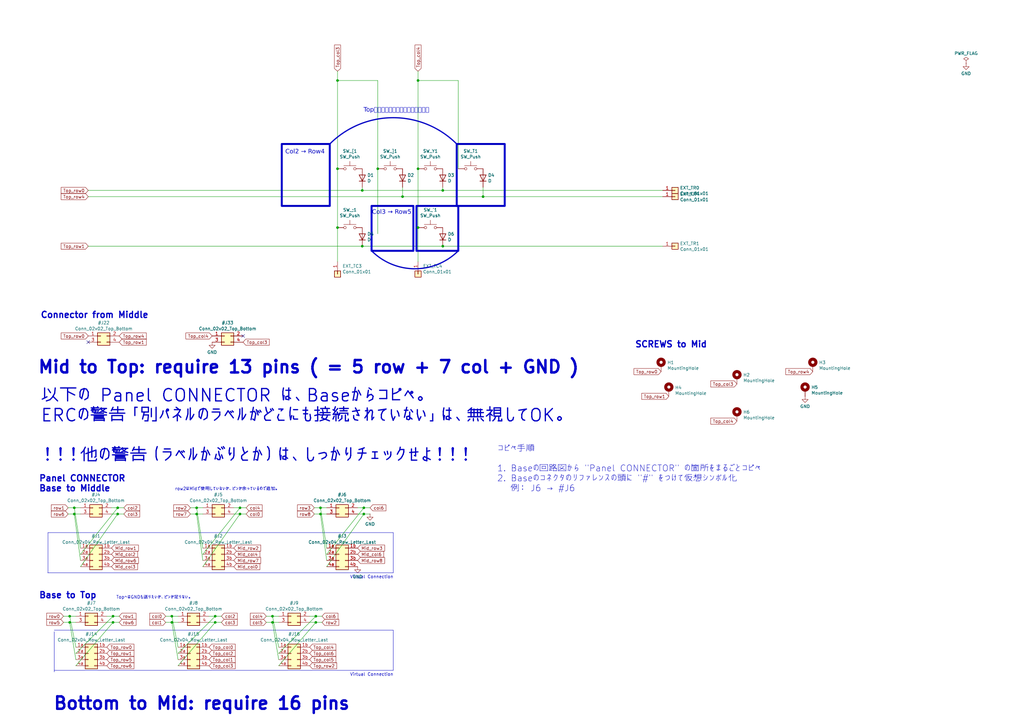
<source format=kicad_sch>
(kicad_sch (version 20231120) (generator "eeschema") (generator_version "8.0")
  (paper "A3")
  (title_block (title "Sandy") (date "2023-01-04") (rev "v.0") (company "@jpskenn"))
  (lib_symbols
    (symbol "Connector_Generic:Conn_01x01" (pin_names (offset 1.016) hide)
      (property "Reference" "J" (at 0 2.54 0))
      (property "Value" "Conn_01x01" (at 0 -2.54 0))
      (symbol "Conn_01x01_1_1"
        (rectangle (start -1.27 0.127) (end 0 -0.127) (stroke (width 0.1524)))
        (rectangle (start -1.27 1.27) (end 1.27 -1.27) (stroke (width 0.254)) (fill (type background)))
        (pin passive line (at -5.08 0 0) (length 3.81) (name "Pin_1") (number "1"))
      )
    )
    (symbol "Connector_Generic:Conn_02x02_Odd_Even" (pin_names (offset 1.016) hide)
      (property "Reference" "J" (at 1.27 2.54 0))
      (property "Value" "Conn_02x02_Odd_Even" (at 1.27 -5.08 0))
      (symbol "Conn_02x02_Odd_Even_1_1"
        (rectangle (start -1.27 -2.413) (end 0 -2.667) (stroke (width 0.1524)))
        (rectangle (start -1.27 0.127) (end 0 -0.127) (stroke (width 0.1524)))
        (rectangle (start -1.27 1.27) (end 3.81 -3.81) (stroke (width 0.254)) (fill (type background)))
        (rectangle (start 3.81 -2.413) (end 2.54 -2.667) (stroke (width 0.1524)))
        (rectangle (start 3.81 0.127) (end 2.54 -0.127) (stroke (width 0.1524)))
        (pin passive line (at -5.08 0 0) (length 3.81) (name "Pin_1") (number "1"))
        (pin passive line (at 7.62 0 180) (length 3.81) (name "Pin_2") (number "2"))
        (pin passive line (at -5.08 -2.54 0) (length 3.81) (name "Pin_3") (number "3"))
        (pin passive line (at 7.62 -2.54 180) (length 3.81) (name "Pin_4") (number "4"))
      )
    )
    (symbol "Connector_Generic:Conn_02x04_Row_Letter_Last" (pin_names (offset 1.016) hide)
      (property "Reference" "J" (at 1.27 5.08 0))
      (property "Value" "Conn_02x04_Row_Letter_Last" (at 1.27 -7.62 0))
      (symbol "Conn_02x04_Row_Letter_Last_1_1"
        (rectangle (start -1.27 -4.953) (end 0 -5.207) (stroke (width 0.1524)))
        (rectangle (start -1.27 -2.413) (end 0 -2.667) (stroke (width 0.1524)))
        (rectangle (start -1.27 0.127) (end 0 -0.127) (stroke (width 0.1524)))
        (rectangle (start -1.27 2.667) (end 0 2.413) (stroke (width 0.1524)))
        (rectangle (start -1.27 3.81) (end 3.81 -6.35) (stroke (width 0.254)) (fill (type background)))
        (rectangle (start 3.81 -4.953) (end 2.54 -5.207) (stroke (width 0.1524)))
        (rectangle (start 3.81 -2.413) (end 2.54 -2.667) (stroke (width 0.1524)))
        (rectangle (start 3.81 0.127) (end 2.54 -0.127) (stroke (width 0.1524)))
        (rectangle (start 3.81 2.667) (end 2.54 2.413) (stroke (width 0.1524)))
        (pin passive line (at -5.08 2.54 0) (length 3.81) (name "Pin_1a") (number "1a"))
        (pin passive line (at 7.62 2.54 180) (length 3.81) (name "Pin_1b") (number "1b"))
        (pin passive line (at -5.08 0 0) (length 3.81) (name "Pin_2a") (number "2a"))
        (pin passive line (at 7.62 0 180) (length 3.81) (name "Pin_2b") (number "2b"))
        (pin passive line (at -5.08 -2.54 0) (length 3.81) (name "Pin_3a") (number "3a"))
        (pin passive line (at 7.62 -2.54 180) (length 3.81) (name "Pin_3b") (number "3b"))
        (pin passive line (at -5.08 -5.08 0) (length 3.81) (name "Pin_4a") (number "4a"))
        (pin passive line (at 7.62 -5.08 180) (length 3.81) (name "Pin_4b") (number "4b"))
      )
    )
    (symbol "Device:D" (pin_numbers hide) (pin_names (offset 1.016) hide)
      (property "Reference" "D" (at 0 2.54 0))
      (property "Value" "D" (at 0 -2.54 0))
      (symbol "D_0_1"
        (polyline (pts (xy -1.27 1.27) (xy -1.27 -1.27)) (stroke (width 0.254)))
        (polyline (pts (xy 1.27 0) (xy -1.27 0)))
        (polyline (pts (xy 1.27 1.27) (xy 1.27 -1.27) (xy -1.27 0) (xy 1.27 1.27)) (stroke (width 0.254)))
      )
      (symbol "D_1_1"
        (pin passive line (at -3.81 0 0) (length 2.54) (name "K") (number "1"))
        (pin passive line (at 3.81 0 180) (length 2.54) (name "A") (number "2"))
      )
    )
    (symbol "GND_1" (power) (pin_numbers hide) (pin_names (offset 0) hide)
      (property "Value" "GND" (at 0 -3.81 0))
      (symbol "GND_1_0_1"
        (polyline (pts (xy 0 0) (xy 0 -1.27) (xy 1.27 -1.27) (xy 0 -2.54) (xy -1.27 -1.27) (xy 0 -1.27)))
      )
      (symbol "GND_1_1_1"
        (pin power_in line (at 0 0 270) (length 0) (name "~") (number "1"))
      )
    )
    (symbol "Mechanical:MountingHole_Pad" (pin_numbers hide) (pin_names (offset 1.016) hide)
      (property "Reference" "H" (at 0 6.35 0))
      (property "Value" "MountingHole_Pad" (at 0 4.445 0))
      (symbol "MountingHole_Pad_0_1"
        (circle (center 0 1.27) (radius 1.27) (stroke (width 1.27)))
      )
      (symbol "MountingHole_Pad_1_1"
        (pin input line (at 0 -2.54 90) (length 2.54) (name "1") (number "1"))
      )
    )
    (symbol "Switch:SW_Push" (pin_numbers hide) (pin_names (offset 1.016) hide)
      (property "Reference" "SW" (at 1.27 2.54 0))
      (property "Value" "SW_Push" (at 0 -1.524 0))
      (symbol "SW_Push_0_1"
        (circle (center -2.032 0) (radius 0.508))
        (polyline (pts (xy 0 1.27) (xy 0 3.048)))
        (polyline (pts (xy 2.54 1.27) (xy -2.54 1.27)))
        (circle (center 2.032 0) (radius 0.508))
        (pin passive line (at -5.08 0 0) (length 2.54) (name "1") (number "1"))
        (pin passive line (at 5.08 0 180) (length 2.54) (name "2") (number "2"))
      )
    )
    (symbol "power:GND" (power) (pin_numbers hide) (pin_names (offset 0) hide)
      (property "Value" "GND" (at 0 -3.81 0))
      (symbol "GND_0_1"
        (polyline (pts (xy 0 0) (xy 0 -1.27) (xy 1.27 -1.27) (xy 0 -2.54) (xy -1.27 -1.27) (xy 0 -1.27)))
      )
      (symbol "GND_1_1"
        (pin power_in line (at 0 0 270) (length 0) (name "~") (number "1"))
      )
    )
    (symbol "power:PWR_FLAG" (power) (pin_numbers hide) (pin_names (offset 0) hide)
      (property "Value" "PWR_FLAG" (at 0 3.81 0))
      (symbol "PWR_FLAG_0_0"
        (pin power_out line (at 0 0 90) (length 0) (name "~") (number "1"))
      )
      (symbol "PWR_FLAG_0_1"
        (polyline (pts (xy 0 0) (xy 0 1.27) (xy -1.016 1.905) (xy 0 2.54) (xy 1.016 1.905) (xy 0 1.27)))
      )
    )
  )
  (bus_alias "def-a" (members "row0" "row5" "col0" "col1"))
  (junction (at 148.59 78.105))
  (junction (at 80.645 210.82))
  (junction (at 165.1 80.645))
  (junction (at 129.54 252.73))
  (junction (at 88.265 255.27))
  (junction (at 46.355 255.27))
  (junction (at 70.485 255.27))
  (junction (at 98.425 208.28))
  (junction (at 46.355 252.73))
  (junction (at 181.61 100.965))
  (junction (at 154.94 69.215))
  (junction (at 28.575 252.73))
  (junction (at 131.445 208.28))
  (junction (at 171.45 69.215))
  (junction (at 138.43 33.02))
  (junction (at 111.76 255.27))
  (junction (at 149.225 210.82))
  (junction (at 28.575 255.27))
  (junction (at 181.61 78.105))
  (junction (at 148.59 100.965))
  (junction (at 88.265 252.73))
  (junction (at 138.43 93.345))
  (junction (at 129.54 255.27))
  (junction (at 30.48 210.82))
  (junction (at 48.26 210.82))
  (junction (at 80.645 208.28))
  (junction (at 171.45 93.345))
  (junction (at 149.225 208.28))
  (junction (at 98.425 210.82))
  (junction (at 70.485 252.73))
  (junction (at 198.12 80.645))
  (junction (at 111.76 252.73))
  (junction (at 131.445 210.82))
  (junction (at 171.45 33.02))
  (junction (at 30.48 208.28))
  (junction (at 48.26 208.28))
  (junction (at 138.43 69.215))
  (no_connect (at 36.195 140.335))
  (no_connect (at 99.695 137.795))
  (wire (pts (xy 36.195 80.645) (xy 165.1 80.645)))
  (wire (pts (xy 28.575 252.73) (xy 31.115 252.73)))
  (wire (pts (xy 26.035 255.27) (xy 28.575 255.27)))
  (wire (pts (xy 109.22 252.73) (xy 111.76 252.73)))
  (polyline (pts (xy 161.29 258.445) (xy 161.29 274.955)))
  (wire (pts (xy 181.61 100.965) (xy 271.78 100.965)))
  (wire (pts (xy 146.685 208.28) (xy 149.225 208.28)))
  (wire (pts (xy 114.3 265.43) (xy 111.76 252.73)))
  (wire (pts (xy 133.985 224.79) (xy 131.445 208.28)))
  (wire (pts (xy 83.185 232.41) (xy 98.425 210.82)))
  (polyline (pts (xy 19.685 218.44) (xy 161.29 218.44)))
  (wire (pts (xy 30.48 208.28) (xy 33.02 208.28)))
  (wire (pts (xy 148.59 78.105) (xy 181.61 78.105)))
  (wire (pts (xy 114.3 273.05) (xy 129.54 255.27)))
  (wire (pts (xy 46.355 252.73) (xy 48.895 252.73)))
  (wire (pts (xy 133.985 227.33) (xy 149.225 208.28)))
  (wire (pts (xy 171.45 29.21) (xy 171.45 33.02)))
  (wire (pts (xy 148.59 76.835) (xy 148.59 78.105)))
  (wire (pts (xy 127 252.73) (xy 129.54 252.73)))
  (wire (pts (xy 48.895 255.27) (xy 46.355 255.27)))
  (wire (pts (xy 95.885 208.28) (xy 98.425 208.28)))
  (wire (pts (xy 36.195 78.105) (xy 148.59 78.105)))
  (wire (pts (xy 138.43 33.02) (xy 138.43 69.215)))
  (wire (pts (xy 31.115 270.51) (xy 28.575 255.27)))
  (wire (pts (xy 154.94 69.215) (xy 154.94 95.885)))
  (wire (pts (xy 154.94 33.02) (xy 154.94 69.215)))
  (wire (pts (xy 73.025 273.05) (xy 88.265 255.27)))
  (wire (pts (xy 133.985 232.41) (xy 149.225 210.82)))
  (wire (pts (xy 181.61 76.835) (xy 181.61 78.105)))
  (wire (pts (xy 90.805 255.27) (xy 88.265 255.27)))
  (wire (pts (xy 165.1 80.645) (xy 198.12 80.645)))
  (wire (pts (xy 78.105 208.28) (xy 80.645 208.28)))
  (wire (pts (xy 27.94 208.28) (xy 30.48 208.28)))
  (wire (pts (xy 30.48 210.82) (xy 33.02 210.82)))
  (wire (pts (xy 138.43 29.21) (xy 138.43 33.02)))
  (wire (pts (xy 78.105 210.82) (xy 80.645 210.82)))
  (wire (pts (xy 73.025 270.51) (xy 70.485 255.27)))
  (wire (pts (xy 181.61 78.105) (xy 271.78 78.105)))
  (wire (pts (xy 33.02 224.79) (xy 30.48 208.28)))
  (wire (pts (xy 149.225 208.28) (xy 151.765 208.28)))
  (wire (pts (xy 114.3 267.97) (xy 129.54 252.73)))
  (polyline (pts (xy 22.225 274.955) (xy 161.29 274.955)))
  (wire (pts (xy 88.265 255.27) (xy 85.725 255.27)))
  (wire (pts (xy 131.445 210.82) (xy 133.985 210.82)))
  (wire (pts (xy 187.96 33.02) (xy 171.45 33.02)))
  (wire (pts (xy 80.645 210.82) (xy 83.185 210.82)))
  (wire (pts (xy 198.12 76.835) (xy 198.12 80.645)))
  (wire (pts (xy 129.54 255.27) (xy 127 255.27)))
  (wire (pts (xy 98.425 210.82) (xy 100.965 210.82)))
  (polyline (pts (xy 161.29 218.44) (xy 161.29 234.95)))
  (wire (pts (xy 129.54 252.73) (xy 132.08 252.73)))
  (wire (pts (xy 70.485 252.73) (xy 73.025 252.73)))
  (polyline (pts (xy 22.225 259.08) (xy 22.225 275.59)))
  (wire (pts (xy 83.185 227.33) (xy 98.425 208.28)))
  (wire (pts (xy 67.945 252.73) (xy 70.485 252.73)))
  (wire (pts (xy 165.1 76.835) (xy 165.1 80.645)))
  (wire (pts (xy 83.185 224.79) (xy 80.645 208.28)))
  (polyline (pts (xy 19.5757 234.95) (xy 161.29 234.95)))
  (wire (pts (xy 128.905 208.28) (xy 131.445 208.28)))
  (wire (pts (xy 138.43 93.345) (xy 138.43 107.315)))
  (wire (pts (xy 70.485 255.27) (xy 73.025 255.27)))
  (wire (pts (xy 67.945 255.27) (xy 70.485 255.27)))
  (wire (pts (xy 48.26 210.82) (xy 50.8 210.82)))
  (wire (pts (xy 45.72 210.82) (xy 48.26 210.82)))
  (wire (pts (xy 171.45 33.02) (xy 171.45 69.215)))
  (wire (pts (xy 154.94 33.02) (xy 138.43 33.02)))
  (wire (pts (xy 138.43 69.215) (xy 138.43 93.345)))
  (wire (pts (xy 31.115 273.05) (xy 46.355 255.27)))
  (wire (pts (xy 149.225 210.82) (xy 151.765 210.82)))
  (wire (pts (xy 33.02 232.41) (xy 48.26 210.82)))
  (wire (pts (xy 187.96 33.02) (xy 187.96 69.215)))
  (wire (pts (xy 73.025 265.43) (xy 70.485 252.73)))
  (wire (pts (xy 26.035 252.73) (xy 28.575 252.73)))
  (wire (pts (xy 31.115 267.97) (xy 46.355 252.73)))
  (wire (pts (xy 128.905 210.82) (xy 131.445 210.82)))
  (wire (pts (xy 114.3 270.51) (xy 111.76 255.27)))
  (wire (pts (xy 146.685 210.82) (xy 149.225 210.82)))
  (wire (pts (xy 33.02 227.33) (xy 48.26 208.28)))
  (wire (pts (xy 43.815 252.73) (xy 46.355 252.73)))
  (wire (pts (xy 131.445 208.28) (xy 133.985 208.28)))
  (wire (pts (xy 198.12 80.645) (xy 271.78 80.645)))
  (polyline (pts (xy 22.225 258.445) (xy 161.29 258.445)))
  (wire (pts (xy 83.185 229.87) (xy 80.645 210.82)))
  (wire (pts (xy 95.885 210.82) (xy 98.425 210.82)))
  (wire (pts (xy 45.72 208.28) (xy 48.26 208.28)))
  (wire (pts (xy 48.26 208.28) (xy 50.8 208.28)))
  (wire (pts (xy 36.195 100.965) (xy 148.59 100.965)))
  (wire (pts (xy 133.985 229.87) (xy 131.445 210.82)))
  (wire (pts (xy 148.59 100.965) (xy 181.61 100.965)))
  (wire (pts (xy 73.025 267.97) (xy 88.265 252.73)))
  (wire (pts (xy 129.54 255.27) (xy 132.08 255.27)))
  (wire (pts (xy 111.76 255.27) (xy 114.3 255.27)))
  (polyline (pts (xy 19.685 218.44) (xy 19.685 234.95)))
  (wire (pts (xy 171.45 93.345) (xy 171.45 107.315)))
  (wire (pts (xy 27.94 210.82) (xy 30.48 210.82)))
  (wire (pts (xy 171.45 69.215) (xy 171.45 93.345)))
  (wire (pts (xy 98.425 208.28) (xy 100.965 208.28)))
  (wire (pts (xy 33.02 229.87) (xy 30.48 210.82)))
  (wire (pts (xy 88.265 252.73) (xy 90.805 252.73)))
  (wire (pts (xy 111.76 252.73) (xy 114.3 252.73)))
  (wire (pts (xy 80.645 208.28) (xy 83.185 208.28)))
  (wire (pts (xy 28.575 255.27) (xy 31.115 255.27)))
  (wire (pts (xy 31.115 265.43) (xy 28.575 252.73)))
  (wire (pts (xy 109.22 255.27) (xy 111.76 255.27)))
  (wire (pts (xy 85.725 252.73) (xy 88.265 252.73)))
  (wire (pts (xy 46.355 255.27) (xy 43.815 255.27)))
  (arc (start 135.255 59.055) (mid 161.29 48.2709) (end 187.325 59.055) (stroke (width 0.5)))
  (rectangle (start 187.325 59.055) (end 207.01 84.455) (stroke (width 0.8)))
  (rectangle (start 170.815 84.455) (end 187.96 102.87) (stroke (width 0.8)))
  (rectangle (start 152.4 84.455) (end 169.545 102.87) (stroke (width 0.8)))
  (rectangle (start 115.57 59.055) (end 135.255 84.455) (stroke (width 0.8)))
  (arc (start 187.96 102.87) (mid 170.18 110.2347) (end 152.4 102.87) (stroke (width 0.5)))
  (text "Col2 → Row4\n" (at 125.095 62.865 0) (effects (font (size 1.8 1.8))))
  (text "Connector from Middle" (at 16.51 130.81 0) (effects (font (size 2.54 2.54) (thickness 0.508) (bold yes)) (justify left bottom)))
  (text "Col3 → Row5" (at 160.655 87.63 0) (effects (font (size 1.8 1.8))))
  (text "SCREWS to Mid" (at 260.35 142.875 0) (effects (font (size 2.54 2.54) (thickness 0.508) (bold yes)) (justify left bottom)))
  (text "Bottom to Mid: require 16 pins\n\nMid to Top: require 13 pins" (at 21.59 307.975 0) (effects (font (size 5.08 5.08) (thickness 1.016) (bold yes)) (justify left bottom)))
  (text "以下の Panel CONNECTOR は、Baseからコピペ。\nERCの警告「別パネルのラベルがどこにも接続されていない」は、無視してOK。\n\n！！！他の警告（ラベルかぶりとか）は、しっかりチェックせよ！！！" (at 16.51 189.865 0) (effects (font (size 5.08 5.08) (thickness 0.508) (bold yes)) (justify left bottom)))
  (text "Panel CONNECTOR\nBase to Middle" (at 15.875 201.93 0) (effects (font (size 2.54 2.54) (thickness 0.508) (bold yes)) (justify left bottom)))
  (text "TopへはGNDも送りたいが、ピンが足りない。" (at 47.625 245.11 0) (effects (font (size 1.27 1.27)) (justify left)))
  (text "row2はMidで使用していないが、ピンが余っているので追加。" (at 71.755 200.66 0) (effects (font (size 1.27 1.27)) (justify left)))
  (text "Topのピン数を減らすため場所を移動" (at 162.56 45.72 0) (effects (font (size 1.8 1.8))))
  (text "Virtual Connection" (at 143.51 277.495 0) (effects (font (size 1.27 1.27)) (justify left bottom)))
  (text "コピペ手順\n\n1. Baseの回路図から \"Panel CONNECTOR\" の箇所をまるごとコピペ\n2. Baseのコネクタのリファレンスの頭に \"#\" をつけて仮想シンボル化\n　　例： J6 → #J6" (at 203.835 201.93 0) (effects (font (size 2.54 2.54)) (justify left bottom)))
  (text "Mid to Top: require 13 pins ( = 5 row + 7 col + GND )" (at 15.24 153.67 0) (effects (font (size 5.08 5.08) (thickness 1.016) (bold yes)) (justify left bottom)))
  (text "Virtual Connection" (at 143.51 237.49 0) (effects (font (size 1.27 1.27)) (justify left bottom)))
  (text "Base to Top" (at 15.875 245.745 0) (effects (font (size 2.54 2.54) (thickness 0.508) (bold yes)) (justify left bottom)))
  (global_label "Top_col3" (shape input) (at 99.695 140.335 0) (property "Intersheetrefs" "${INTERSHEET_REFS}" (effects (hide yes))) (property "シート間のリファレンス" "${INTERSHEET_REFS}" (effects (hide yes))))
  (global_label "col4" (shape input) (at 100.965 208.28 0) (property "Intersheetrefs" "${INTERSHEET_REFS}" (effects (hide yes))) (property "シート間のリファレンス" "${INTERSHEET_REFS}" (effects (hide yes))))
  (global_label "Mid_row8" (shape input) (at 146.685 229.87 0) (property "Intersheetrefs" "${INTERSHEET_REFS}" (effects (hide yes))) (property "シート間のリファレンス" "${INTERSHEET_REFS}" (effects (hide yes))))
  (global_label "col4" (shape input) (at 109.22 252.73 180) (property "Intersheetrefs" "${INTERSHEET_REFS}" (effects (hide yes))) (property "シート間のリファレンス" "${INTERSHEET_REFS}" (effects (hide yes))))
  (global_label "Top_row5" (shape input) (at 43.815 270.51 0) (property "Intersheetrefs" "${INTERSHEET_REFS}" (effects (hide yes))) (property "シート間のリファレンス" "${INTERSHEET_REFS}" (effects (hide yes))))
  (global_label "row0" (shape input) (at 26.035 252.73 180) (property "Intersheetrefs" "${INTERSHEET_REFS}" (effects (hide yes))) (property "シート間のリファレンス" "${INTERSHEET_REFS}" (effects (hide yes))))
  (global_label "Top_col3" (shape input) (at 302.26 157.48 180) (property "Intersheetrefs" "${INTERSHEET_REFS}" (effects (hide yes))) (property "シート間のリファレンス" "${INTERSHEET_REFS}" (effects (hide yes))))
  (global_label "col1" (shape input) (at 67.945 255.27 180) (property "Intersheetrefs" "${INTERSHEET_REFS}" (effects (hide yes))) (property "シート間のリファレンス" "${INTERSHEET_REFS}" (effects (hide yes))))
  (global_label "col6" (shape input) (at 132.08 252.73 0) (property "Intersheetrefs" "${INTERSHEET_REFS}" (effects (hide yes))) (property "シート間のリファレンス" "${INTERSHEET_REFS}" (effects (hide yes))))
  (global_label "row6" (shape input) (at 27.94 210.82 180) (property "Intersheetrefs" "${INTERSHEET_REFS}" (effects (hide yes))) (property "シート間のリファレンス" "${INTERSHEET_REFS}" (effects (hide yes))))
  (global_label "col0" (shape input) (at 67.945 252.73 180) (property "Intersheetrefs" "${INTERSHEET_REFS}" (effects (hide yes))) (property "シート間のリファレンス" "${INTERSHEET_REFS}" (effects (hide yes))))
  (global_label "Top_col0" (shape input) (at 85.725 265.43 0) (property "Intersheetrefs" "${INTERSHEET_REFS}" (effects (hide yes))) (property "シート間のリファレンス" "${INTERSHEET_REFS}" (effects (hide yes))))
  (global_label "col0" (shape input) (at 100.965 210.82 0) (property "Intersheetrefs" "${INTERSHEET_REFS}" (effects (hide yes))) (property "シート間のリファレンス" "${INTERSHEET_REFS}" (effects (hide yes))))
  (global_label "Top_col2" (shape input) (at 85.725 267.97 0) (property "Intersheetrefs" "${INTERSHEET_REFS}" (effects (hide yes))) (property "シート間のリファレンス" "${INTERSHEET_REFS}" (effects (hide yes))))
  (global_label "Top_col4" (shape input) (at 171.45 29.21 90) (property "Intersheetrefs" "${INTERSHEET_REFS}" (effects (hide yes))) (property "シート間のリファレンス" "${INTERSHEET_REFS}" (effects (hide yes))))
  (global_label "Top_row4" (shape input) (at 48.895 137.795 0) (property "Intersheetrefs" "${INTERSHEET_REFS}" (effects (hide yes))) (property "シート間のリファレンス" "${INTERSHEET_REFS}" (effects (hide yes))))
  (global_label "col3" (shape input) (at 90.805 255.27 0) (property "Intersheetrefs" "${INTERSHEET_REFS}" (effects (hide yes))) (property "シート間のリファレンス" "${INTERSHEET_REFS}" (effects (hide yes))))
  (global_label "Mid_row3" (shape input) (at 146.685 224.79 0) (property "Intersheetrefs" "${INTERSHEET_REFS}" (effects (hide yes))) (property "シート間のリファレンス" "${INTERSHEET_REFS}" (effects (hide yes))))
  (global_label "row6" (shape input) (at 48.895 255.27 0) (property "Intersheetrefs" "${INTERSHEET_REFS}" (effects (hide yes))) (property "シート間のリファレンス" "${INTERSHEET_REFS}" (effects (hide yes))))
  (global_label "Top_row2" (shape input) (at 127 273.05 0) (property "Intersheetrefs" "${INTERSHEET_REFS}" (effects (hide yes))) (property "シート間のリファレンス" "${INTERSHEET_REFS}" (effects (hide yes))))
  (global_label "col2" (shape input) (at 50.8 208.28 0) (property "Intersheetrefs" "${INTERSHEET_REFS}" (effects (hide yes))) (property "シート間のリファレンス" "${INTERSHEET_REFS}" (effects (hide yes))))
  (global_label "Top_row0" (shape input) (at 271.145 152.4 180) (property "Intersheetrefs" "${INTERSHEET_REFS}" (effects (hide yes))) (property "シート間のリファレンス" "${INTERSHEET_REFS}" (effects (hide yes))))
  (global_label "Top_col5" (shape input) (at 127 270.51 0) (property "Intersheetrefs" "${INTERSHEET_REFS}" (effects (hide yes))) (property "シート間のリファレンス" "${INTERSHEET_REFS}" (effects (hide yes))))
  (global_label "Mid_row2" (shape input) (at 95.885 224.79 0) (property "Intersheetrefs" "${INTERSHEET_REFS}" (effects (hide yes))) (property "シート間のリファレンス" "${INTERSHEET_REFS}" (effects (hide yes))))
  (global_label "Mid_row7" (shape input) (at 95.885 229.87 0) (property "Intersheetrefs" "${INTERSHEET_REFS}" (effects (hide yes))) (property "シート間のリファレンス" "${INTERSHEET_REFS}" (effects (hide yes))))
  (global_label "Top_row0" (shape input) (at 36.195 78.105 180) (property "Intersheetrefs" "${INTERSHEET_REFS}" (effects (hide yes))) (property "シート間のリファレンス" "${INTERSHEET_REFS}" (effects (hide yes))))
  (global_label "Top_row4" (shape input) (at 333.375 152.4 180) (property "Intersheetrefs" "${INTERSHEET_REFS}" (effects (hide yes))) (property "シート間のリファレンス" "${INTERSHEET_REFS}" (effects (hide yes))))
  (global_label "Top_col4" (shape input) (at 127 265.43 0) (property "Intersheetrefs" "${INTERSHEET_REFS}" (effects (hide yes))) (property "シート間のリファレンス" "${INTERSHEET_REFS}" (effects (hide yes))))
  (global_label "Mid_col2" (shape input) (at 45.72 227.33 0) (property "Intersheetrefs" "${INTERSHEET_REFS}" (effects (hide yes))) (property "シート間のリファレンス" "${INTERSHEET_REFS}" (effects (hide yes))))
  (global_label "row7" (shape input) (at 78.105 210.82 180) (property "Intersheetrefs" "${INTERSHEET_REFS}" (effects (hide yes))) (property "シート間のリファレンス" "${INTERSHEET_REFS}" (effects (hide yes))))
  (global_label "col5" (shape input) (at 109.22 255.27 180) (property "Intersheetrefs" "${INTERSHEET_REFS}" (effects (hide yes))) (property "シート間のリファレンス" "${INTERSHEET_REFS}" (effects (hide yes))))
  (global_label "Mid_row6" (shape input) (at 45.72 229.87 0) (property "Intersheetrefs" "${INTERSHEET_REFS}" (effects (hide yes))) (property "シート間のリファレンス" "${INTERSHEET_REFS}" (effects (hide yes))))
  (global_label "row2" (shape input) (at 132.08 255.27 0) (property "Intersheetrefs" "${INTERSHEET_REFS}" (effects (hide yes))) (property "シート間のリファレンス" "${INTERSHEET_REFS}" (effects (hide yes))))
  (global_label "Top_row6" (shape input) (at 43.815 273.05 0) (property "Intersheetrefs" "${INTERSHEET_REFS}" (effects (hide yes))) (property "シート間のリファレンス" "${INTERSHEET_REFS}" (effects (hide yes))))
  (global_label "Mid_row1" (shape input) (at 45.72 224.79 0) (property "Intersheetrefs" "${INTERSHEET_REFS}" (effects (hide yes))) (property "シート間のリファレンス" "${INTERSHEET_REFS}" (effects (hide yes))))
  (global_label "Mid_col0" (shape input) (at 95.885 232.41 0) (property "Intersheetrefs" "${INTERSHEET_REFS}" (effects (hide yes))) (property "シート間のリファレンス" "${INTERSHEET_REFS}" (effects (hide yes))))
  (global_label "Top_col4" (shape input) (at 302.26 172.72 180) (property "Intersheetrefs" "${INTERSHEET_REFS}" (effects (hide yes))) (property "シート間のリファレンス" "${INTERSHEET_REFS}" (effects (hide yes))))
  (global_label "Top_row0" (shape input) (at 36.195 137.795 180) (property "Intersheetrefs" "${INTERSHEET_REFS}" (effects (hide yes))) (property "シート間のリファレンス" "${INTERSHEET_REFS}" (effects (hide yes))))
  (global_label "Top_col3" (shape input) (at 85.725 273.05 0) (property "Intersheetrefs" "${INTERSHEET_REFS}" (effects (hide yes))) (property "シート間のリファレンス" "${INTERSHEET_REFS}" (effects (hide yes))))
  (global_label "Top_row4" (shape input) (at 36.195 80.645 180) (property "Intersheetrefs" "${INTERSHEET_REFS}" (effects (hide yes))) (property "シート間のリファレンス" "${INTERSHEET_REFS}" (effects (hide yes))))
  (global_label "Top_row1" (shape input) (at 43.815 267.97 0) (property "Intersheetrefs" "${INTERSHEET_REFS}" (effects (hide yes))) (property "シート間のリファレンス" "${INTERSHEET_REFS}" (effects (hide yes))))
  (global_label "col6" (shape input) (at 151.765 208.28 0) (property "Intersheetrefs" "${INTERSHEET_REFS}" (effects (hide yes))) (property "シート間のリファレンス" "${INTERSHEET_REFS}" (effects (hide yes))))
  (global_label "Top_col6" (shape input) (at 127 267.97 0) (property "Intersheetrefs" "${INTERSHEET_REFS}" (effects (hide yes))) (property "シート間のリファレンス" "${INTERSHEET_REFS}" (effects (hide yes))))
  (global_label "row5" (shape input) (at 26.035 255.27 180) (property "Intersheetrefs" "${INTERSHEET_REFS}" (effects (hide yes))) (property "シート間のリファレンス" "${INTERSHEET_REFS}" (effects (hide yes))))
  (global_label "Top_row1" (shape input) (at 48.895 140.335 0) (property "Intersheetrefs" "${INTERSHEET_REFS}" (effects (hide yes))) (property "シート間のリファレンス" "${INTERSHEET_REFS}" (effects (hide yes))))
  (global_label "row8" (shape input) (at 128.905 210.82 180) (property "Intersheetrefs" "${INTERSHEET_REFS}" (effects (hide yes))) (property "シート間のリファレンス" "${INTERSHEET_REFS}" (effects (hide yes))))
  (global_label "row1" (shape input) (at 48.895 252.73 0) (property "Intersheetrefs" "${INTERSHEET_REFS}" (effects (hide yes))) (property "シート間のリファレンス" "${INTERSHEET_REFS}" (effects (hide yes))))
  (global_label "col3" (shape input) (at 50.8 210.82 0) (property "Intersheetrefs" "${INTERSHEET_REFS}" (effects (hide yes))) (property "シート間のリファレンス" "${INTERSHEET_REFS}" (effects (hide yes))))
  (global_label "Top_row1" (shape input) (at 36.195 100.965 180) (property "Intersheetrefs" "${INTERSHEET_REFS}" (effects (hide yes))) (property "シート間のリファレンス" "${INTERSHEET_REFS}" (effects (hide yes))))
  (global_label "Top_row0" (shape input) (at 43.815 265.43 0) (property "Intersheetrefs" "${INTERSHEET_REFS}" (effects (hide yes))) (property "シート間のリファレンス" "${INTERSHEET_REFS}" (effects (hide yes))))
  (global_label "Mid_col6" (shape input) (at 146.685 227.33 0) (property "Intersheetrefs" "${INTERSHEET_REFS}" (effects (hide yes))) (property "シート間のリファレンス" "${INTERSHEET_REFS}" (effects (hide yes))))
  (global_label "Top_col4" (shape input) (at 86.995 137.795 180) (property "Intersheetrefs" "${INTERSHEET_REFS}" (effects (hide yes))) (property "シート間のリファレンス" "${INTERSHEET_REFS}" (effects (hide yes))))
  (global_label "Top_col1" (shape input) (at 85.725 270.51 0) (property "Intersheetrefs" "${INTERSHEET_REFS}" (effects (hide yes))) (property "シート間のリファレンス" "${INTERSHEET_REFS}" (effects (hide yes))))
  (global_label "Mid_col3" (shape input) (at 45.72 232.41 0) (property "Intersheetrefs" "${INTERSHEET_REFS}" (effects (hide yes))) (property "シート間のリファレンス" "${INTERSHEET_REFS}" (effects (hide yes))))
  (global_label "col2" (shape input) (at 90.805 252.73 0) (property "Intersheetrefs" "${INTERSHEET_REFS}" (effects (hide yes))) (property "シート間のリファレンス" "${INTERSHEET_REFS}" (effects (hide yes))))
  (global_label "row3" (shape input) (at 128.905 208.28 180) (property "Intersheetrefs" "${INTERSHEET_REFS}" (effects (hide yes))) (property "シート間のリファレンス" "${INTERSHEET_REFS}" (effects (hide yes))))
  (global_label "Mid_col4" (shape input) (at 95.885 227.33 0) (property "Intersheetrefs" "${INTERSHEET_REFS}" (effects (hide yes))) (property "シート間のリファレンス" "${INTERSHEET_REFS}" (effects (hide yes))))
  (global_label "row2" (shape input) (at 78.105 208.28 180) (property "Intersheetrefs" "${INTERSHEET_REFS}" (effects (hide yes))) (property "シート間のリファレンス" "${INTERSHEET_REFS}" (effects (hide yes))))
  (global_label "Top_col3" (shape input) (at 138.43 29.21 90) (property "Intersheetrefs" "${INTERSHEET_REFS}" (effects (hide yes))) (property "シート間のリファレンス" "${INTERSHEET_REFS}" (effects (hide yes))))
  (global_label "row1" (shape input) (at 27.94 208.28 180) (property "Intersheetrefs" "${INTERSHEET_REFS}" (effects (hide yes))) (property "シート間のリファレンス" "${INTERSHEET_REFS}" (effects (hide yes))))
  (global_label "Top_row1" (shape input) (at 274.32 162.56 180) (property "Intersheetrefs" "${INTERSHEET_REFS}" (effects (hide yes))) (property "シート間のリファレンス" "${INTERSHEET_REFS}" (effects (hide yes))))
  (symbol (lib_id "Connector_Generic:Conn_02x02_Odd_Even") (at 139.065 208.28 0) (unit 1)
    (property "Reference" "#J6" (at 140.335 202.8655 0))
    (property "Value" "Conn_02x02_Top_Bottom" (at 140.335 205.2898 0))
    (property "Footprint" "locallib:JST_SH_SM04B-SRSS-TB_1x04-1MP_P1.00mm_Horizontal_wCable_housing_spare_pin_courtyard" (effects (hide yes)))
    (property "LCSC" "C371510" (effects (hide yes)))
  )
  (symbol (lib_id "Mechanical:MountingHole_Pad") (at 333.375 149.86 0) (unit 1)
    (property "Reference" "H3" (at 335.915 148.6916 0) (effects (justify left)))
    (property "Value" "MountingHole" (at 335.915 151.003 0) (effects (justify left)))
    (property "Footprint" "locallib:MountingHole_1.8-2.2mm_M2_Pad_minimal" (effects (hide yes)))
  )
  (symbol (lib_id "Connector_Generic:Conn_01x01") (at 171.45 112.395 270) (unit 1)
    (property "Reference" "EXT_TC4" (at 173.482 109.1438 90) (effects (justify left)))
    (property "Value" "Conn_01x01" (at 173.482 111.4552 90) (effects (justify left)))
    (property "Footprint" "locallib:TestPoint_THTPad_D2.0mm_Drill1.0mm" (effects (hide yes)))
  )
  (symbol (lib_id "Connector_Generic:Conn_02x02_Odd_Even") (at 78.105 252.73 0) (unit 1)
    (property "Reference" "#J8" (at 79.375 247.3155 0))
    (property "Value" "Conn_02x02_Top_Bottom" (at 79.375 249.7398 0))
    (property "Footprint" "locallib:JST_SH_SM04B-SRSS-TB_1x04-1MP_P1.00mm_Horizontal_wCable_housing_spare_pin_courtyard" (effects (hide yes)))
    (property "LCSC" "C371510" (effects (hide yes)))
  )
  (symbol (lib_id "power:GND") (at 146.685 232.41 0) (unit 1)
    (property "Reference" "#PWR05" (effects (hide yes)))
    (property "Value" "GND" (at 146.685 236.5431 0))
    (property "Description" "Power symbol creates a global label with name \"GND\" , ground" (effects (hide yes)))
  )
  (symbol (lib_id "Mechanical:MountingHole_Pad") (at 271.145 149.86 0) (unit 1)
    (property "Reference" "H1" (at 273.685 148.6916 0) (effects (justify left)))
    (property "Value" "MountingHole" (at 273.685 151.003 0) (effects (justify left)))
    (property "Footprint" "locallib:MountingHole_1.8-2.2mm_M2_Pad_minimal" (effects (hide yes)))
  )
  (symbol (lib_id "Device:D") (at 148.59 73.025 90) (unit 1)
    (property "Reference" "D1" (at 150.622 71.8566 90) (effects (justify right)))
    (property "Value" "D" (at 150.622 74.168 90) (effects (justify right)))
    (property "Footprint" "locallib:D_SOD-123_Emphasized_Direction_Line" (effects (hide yes)))
    (property "LCSC" "C81598" (effects (hide yes)))
    (property "Sim.Device" "D" (effects (hide yes)))
    (property "Sim.Pins" "1=K 2=A" (effects (hide yes)))
  )
  (symbol (lib_id "Mechanical:MountingHole_Pad") (at 302.26 154.94 0) (unit 1)
    (property "Reference" "H2" (at 304.8 153.7716 0) (effects (justify left)))
    (property "Value" "MountingHole" (at 304.8 156.083 0) (effects (justify left)))
    (property "Footprint" "locallib:MountingHole_1.8-2.2mm_M2_Pad_minimal" (effects (hide yes)))
  )
  (symbol (lib_name "GND_1") (lib_id "power:GND") (at 396.24 26.035 0) (unit 1)
    (property "Reference" "#PWR01" (effects (hide yes)))
    (property "Value" "GND" (at 396.24 30.1681 0))
    (property "Description" "Power symbol creates a global label with name \"GND\" , ground" (effects (hide yes)))
  )
  (symbol (lib_id "Switch:SW_Push") (at 176.53 93.345 0) (unit 1)
    (property "Reference" "SW_'1" (at 176.53 86.106 0))
    (property "Value" "SW_Push" (at 176.53 88.4174 0))
    (property "Footprint" "locallib:Kailh_socket_ChocV2" (effects (hide yes)))
  )
  (symbol (lib_id "Switch:SW_Push") (at 143.51 93.345 0) (unit 1)
    (property "Reference" "SW_;1" (at 143.51 86.106 0))
    (property "Value" "SW_Push" (at 143.51 88.4174 0))
    (property "Footprint" "locallib:Kailh_socket_ChocV2_small_#2pad" (effects (hide yes)))
  )
  (symbol (lib_id "Switch:SW_Push") (at 193.04 69.215 0) (unit 1)
    (property "Reference" "SW_T1" (at 193.04 61.976 0))
    (property "Value" "SW_Push" (at 193.04 64.2874 0))
    (property "Footprint" "locallib:Kailh_socket_ChocV2" (effects (hide yes)))
  )
  (symbol (lib_id "Mechanical:MountingHole_Pad") (at 302.26 170.18 0) (unit 1)
    (property "Reference" "H6" (at 304.8 169.0116 0) (effects (justify left)))
    (property "Value" "MountingHole" (at 304.8 171.323 0) (effects (justify left)))
    (property "Footprint" "locallib:MountingHole_1.8-2.2mm_M2_Pad_minimal" (effects (hide yes)))
  )
  (symbol (lib_id "power:GND") (at 151.765 210.82 0) (unit 1)
    (property "Reference" "#PWR02" (effects (hide yes)))
    (property "Value" "GND" (at 151.765 214.9531 0))
    (property "Description" "Power symbol creates a global label with name \"GND\" , ground" (effects (hide yes)))
  )
  (symbol (lib_id "Mechanical:MountingHole_Pad") (at 274.32 160.02 0) (unit 1)
    (property "Reference" "H4" (at 276.86 158.9786 0) (effects (justify left)))
    (property "Value" "MountingHole" (at 276.86 161.29 0) (effects (justify left)))
    (property "Footprint" "locallib:MountingHole_1.8-2.2mm_M2_Pad_minimal" (effects (hide yes)))
  )
  (symbol (lib_id "Connector_Generic:Conn_02x02_Odd_Even") (at 92.075 137.795 0) (unit 1)
    (property "Reference" "#J33" (at 93.345 132.3805 0))
    (property "Value" "Conn_02x02_Top_Bottom" (at 93.345 134.8048 0))
    (property "Footprint" "locallib:JST_SH_SM04B-SRSS-TB_1x04-1MP_P1.00mm_Horizontal_wCable_housing_spare_pin_courtyard" (effects (hide yes)))
    (property "LCSC" "C371510" (effects (hide yes)))
  )
  (symbol (lib_id "Connector_Generic:Conn_02x02_Odd_Even") (at 38.1 208.28 0) (unit 1)
    (property "Reference" "#J4" (at 39.37 202.8655 0))
    (property "Value" "Conn_02x02_Top_Bottom" (at 39.37 205.2898 0))
    (property "Footprint" "locallib:JST_SH_SM04B-SRSS-TB_1x04-1MP_P1.00mm_Horizontal_wCable_housing_spare_pin_courtyard" (effects (hide yes)))
    (property "LCSC" "C371510" (effects (hide yes)))
  )
  (symbol (lib_id "Connector_Generic:Conn_01x01") (at 276.86 78.105 0) (unit 1)
    (property "Reference" "EXT_TR0" (at 278.892 77.0382 0) (effects (justify left)))
    (property "Value" "Conn_01x01" (at 278.892 79.3496 0) (effects (justify left)))
    (property "Footprint" "locallib:TestPoint_THTPad_D2.0mm_Drill1.0mm" (effects (hide yes)))
  )
  (symbol (lib_id "Connector_Generic:Conn_02x02_Odd_Even") (at 36.195 252.73 0) (unit 1)
    (property "Reference" "#J7" (at 37.465 247.3155 0))
    (property "Value" "Conn_02x02_Top_Bottom" (at 37.465 249.7398 0))
    (property "Footprint" "locallib:JST_SH_SM04B-SRSS-TB_1x04-1MP_P1.00mm_Horizontal_wCable_housing_spare_pin_courtyard" (effects (hide yes)))
    (property "LCSC" "C371510" (effects (hide yes)))
  )
  (symbol (lib_id "Switch:SW_Push") (at 176.53 69.215 0) (unit 1)
    (property "Reference" "SW_Y1" (at 176.53 61.976 0))
    (property "Value" "SW_Push" (at 176.53 64.2874 0))
    (property "Footprint" "locallib:Kailh_socket_ChocV2" (effects (hide yes)))
  )
  (symbol (lib_id "power:GND") (at 330.2 162.56 0) (unit 1)
    (property "Reference" "#PWR04" (effects (hide yes)))
    (property "Value" "GND" (at 330.2 166.6931 0))
    (property "Description" "Power symbol creates a global label with name \"GND\" , ground" (effects (hide yes)))
  )
  (symbol (lib_id "Connector_Generic:Conn_02x04_Row_Letter_Last") (at 38.1 227.33 0) (unit 1)
    (property "Reference" "#J1" (at 39.37 219.8202 0))
    (property "Value" "Conn_02x04_Row_Letter_Last" (at 39.37 222.3571 0))
  )
  (symbol (lib_id "Connector_Generic:Conn_02x02_Odd_Even") (at 41.275 137.795 0) (unit 1)
    (property "Reference" "#J22" (at 42.545 132.3805 0))
    (property "Value" "Conn_02x02_Top_Bottom" (at 42.545 134.8048 0))
    (property "Footprint" "locallib:JST_SH_SM04B-SRSS-TB_1x04-1MP_P1.00mm_Horizontal_wCable_housing_spare_pin_courtyard" (effects (hide yes)))
    (property "LCSC" "C371510" (effects (hide yes)))
  )
  (symbol (lib_id "Connector_Generic:Conn_02x02_Odd_Even") (at 119.38 252.73 0) (unit 1)
    (property "Reference" "#J9" (at 120.65 247.3155 0))
    (property "Value" "Conn_02x02_Top_Bottom" (at 120.65 249.7398 0))
    (property "Footprint" "locallib:JST_SH_SM04B-SRSS-TB_1x04-1MP_P1.00mm_Horizontal_wCable_housing_spare_pin_courtyard" (effects (hide yes)))
    (property "LCSC" "C371510" (effects (hide yes)))
  )
  (symbol (lib_id "power:GND") (at 86.995 140.335 0) (unit 1)
    (property "Reference" "#PWR03" (effects (hide yes)))
    (property "Value" "GND" (at 86.995 144.4681 0))
    (property "Description" "Power symbol creates a global label with name \"GND\" , ground" (effects (hide yes)))
  )
  (symbol (lib_id "Connector_Generic:Conn_01x01") (at 276.86 80.645 0) (unit 1)
    (property "Reference" "EXT_TR4" (at 278.892 79.5782 0) (effects (justify left)))
    (property "Value" "Conn_01x01" (at 278.892 81.8896 0) (effects (justify left)))
    (property "Footprint" "locallib:TestPoint_THTPad_D2.0mm_Drill1.0mm" (effects (hide yes)))
  )
  (symbol (lib_id "Device:D") (at 148.59 97.155 90) (unit 1)
    (property "Reference" "D5" (at 150.622 95.9866 90) (effects (justify right)))
    (property "Value" "D" (at 150.622 98.298 90) (effects (justify right)))
    (property "Footprint" "locallib:D_SOD-123_Emphasized_Direction_Line" (effects (hide yes)))
    (property "LCSC" "C81598" (effects (hide yes)))
    (property "Sim.Device" "D" (effects (hide yes)))
    (property "Sim.Pins" "1=K 2=A" (effects (hide yes)))
  )
  (symbol (lib_id "Connector_Generic:Conn_02x04_Row_Letter_Last") (at 36.195 267.97 0) (unit 1)
    (property "Reference" "#J14" (at 37.465 260.0155 0))
    (property "Value" "Conn_02x04_Row_Letter_Last" (at 37.465 262.4398 0))
  )
  (symbol (lib_id "Switch:SW_Push") (at 143.51 69.215 0) (unit 1)
    (property "Reference" "SW_[1" (at 143.51 61.976 0))
    (property "Value" "SW_Push" (at 143.51 64.2874 0))
    (property "Footprint" "locallib:Kailh_socket_ChocV2_small_#2pad" (effects (hide yes)))
  )
  (symbol (lib_id "Connector_Generic:Conn_02x02_Odd_Even") (at 88.265 208.28 0) (unit 1)
    (property "Reference" "#J5" (at 89.535 202.8655 0))
    (property "Value" "Conn_02x02_Top_Bottom" (at 89.535 205.2898 0))
    (property "Footprint" "locallib:JST_SH_SM04B-SRSS-TB_1x04-1MP_P1.00mm_Horizontal_wCable_housing_spare_pin_courtyard" (effects (hide yes)))
    (property "LCSC" "C371510" (effects (hide yes)))
  )
  (symbol (lib_id "Device:D") (at 181.61 97.155 90) (unit 1)
    (property "Reference" "D6" (at 183.642 95.9866 90) (effects (justify right)))
    (property "Value" "D" (at 183.642 98.298 90) (effects (justify right)))
    (property "Footprint" "locallib:D_SOD-123_Emphasized_Direction_Line" (effects (hide yes)))
    (property "LCSC" "C81598" (effects (hide yes)))
    (property "Sim.Device" "D" (effects (hide yes)))
    (property "Sim.Pins" "1=K 2=A" (effects (hide yes)))
  )
  (symbol (lib_id "Device:D") (at 198.12 73.025 90) (unit 1)
    (property "Reference" "D4" (at 200.152 71.8566 90) (effects (justify right)))
    (property "Value" "D" (at 200.152 74.168 90) (effects (justify right)))
    (property "Footprint" "locallib:D_SOD-123_Emphasized_Direction_Line" (effects (hide yes)))
    (property "LCSC" "C81598" (effects (hide yes)))
    (property "Sim.Device" "D" (effects (hide yes)))
    (property "Sim.Pins" "1=K 2=A" (effects (hide yes)))
  )
  (symbol (lib_id "Connector_Generic:Conn_02x04_Row_Letter_Last") (at 139.065 227.33 0) (unit 1)
    (property "Reference" "#J3" (at 140.335 219.8202 0))
    (property "Value" "Conn_02x04_Row_Letter_Last" (at 140.335 222.3571 0))
  )
  (symbol (lib_id "Mechanical:MountingHole_Pad") (at 330.2 160.02 0) (unit 1)
    (property "Reference" "H5" (at 332.74 158.8516 0) (effects (justify left)))
    (property "Value" "MountingHole" (at 332.74 161.163 0) (effects (justify left)))
    (property "Footprint" "locallib:MountingHole_1.8-2.2mm_M2_Pad_minimal" (effects (hide yes)))
  )
  (symbol (lib_id "Connector_Generic:Conn_02x04_Row_Letter_Last") (at 78.105 267.97 0) (unit 1)
    (property "Reference" "#J15" (at 79.375 260.0155 0))
    (property "Value" "Conn_02x04_Row_Letter_Last" (at 79.375 262.4398 0))
  )
  (symbol (lib_id "Connector_Generic:Conn_02x04_Row_Letter_Last") (at 119.38 267.97 0) (unit 1)
    (property "Reference" "#J16" (at 120.65 260.0155 0))
    (property "Value" "Conn_02x04_Row_Letter_Last" (at 120.65 262.4398 0))
  )
  (symbol (lib_id "Connector_Generic:Conn_02x04_Row_Letter_Last") (at 88.265 227.33 0) (unit 1)
    (property "Reference" "#J2" (at 89.535 219.8202 0))
    (property "Value" "Conn_02x04_Row_Letter_Last" (at 89.535 222.3571 0))
  )
  (symbol (lib_id "power:PWR_FLAG") (at 396.24 26.035 0) (unit 1)
    (property "Reference" "#FLG01" (effects (hide yes)))
    (property "Value" "PWR_FLAG" (at 396.24 21.9019 0))
    (property "Description" "Special symbol for telling ERC where power comes from" (effects (hide yes)))
  )
  (symbol (lib_id "Switch:SW_Push") (at 160.02 69.215 0) (unit 1)
    (property "Reference" "SW_]1" (at 160.02 61.976 0))
    (property "Value" "SW_Push" (at 160.02 64.2874 0))
    (property "Footprint" "locallib:Kailh_socket_ChocV2" (effects (hide yes)))
  )
  (symbol (lib_id "Device:D") (at 165.1 73.025 90) (unit 1)
    (property "Reference" "D2" (at 167.132 71.8566 90) (effects (justify right)))
    (property "Value" "D" (at 167.132 74.168 90) (effects (justify right)))
    (property "Footprint" "locallib:D_SOD-123_Emphasized_Direction_Line" (effects (hide yes)))
    (property "LCSC" "C81598" (effects (hide yes)))
    (property "Sim.Device" "D" (effects (hide yes)))
    (property "Sim.Pins" "1=K 2=A" (effects (hide yes)))
  )
  (symbol (lib_id "Connector_Generic:Conn_01x01") (at 138.43 112.395 270) (unit 1)
    (property "Reference" "EXT_TC3" (at 140.462 109.1438 90) (effects (justify left)))
    (property "Value" "Conn_01x01" (at 140.462 111.4552 90) (effects (justify left)))
    (property "Footprint" "locallib:TestPoint_THTPad_D2.0mm_Drill1.0mm" (effects (hide yes)))
  )
  (symbol (lib_id "Connector_Generic:Conn_01x01") (at 276.86 100.965 0) (unit 1)
    (property "Reference" "EXT_TR1" (at 278.892 99.8982 0) (effects (justify left)))
    (property "Value" "Conn_01x01" (at 278.892 102.2096 0) (effects (justify left)))
    (property "Footprint" "locallib:TestPoint_THTPad_D2.0mm_Drill1.0mm" (effects (hide yes)))
  )
  (symbol (lib_id "Device:D") (at 181.61 73.025 90) (unit 1)
    (property "Reference" "D3" (at 183.642 71.8566 90) (effects (justify right)))
    (property "Value" "D" (at 183.642 74.168 90) (effects (justify right)))
    (property "Footprint" "locallib:D_SOD-123_Emphasized_Direction_Line" (effects (hide yes)))
    (property "LCSC" "C81598" (effects (hide yes)))
    (property "Sim.Device" "D" (effects (hide yes)))
    (property "Sim.Pins" "1=K 2=A" (effects (hide yes)))
  )
)
</source>
